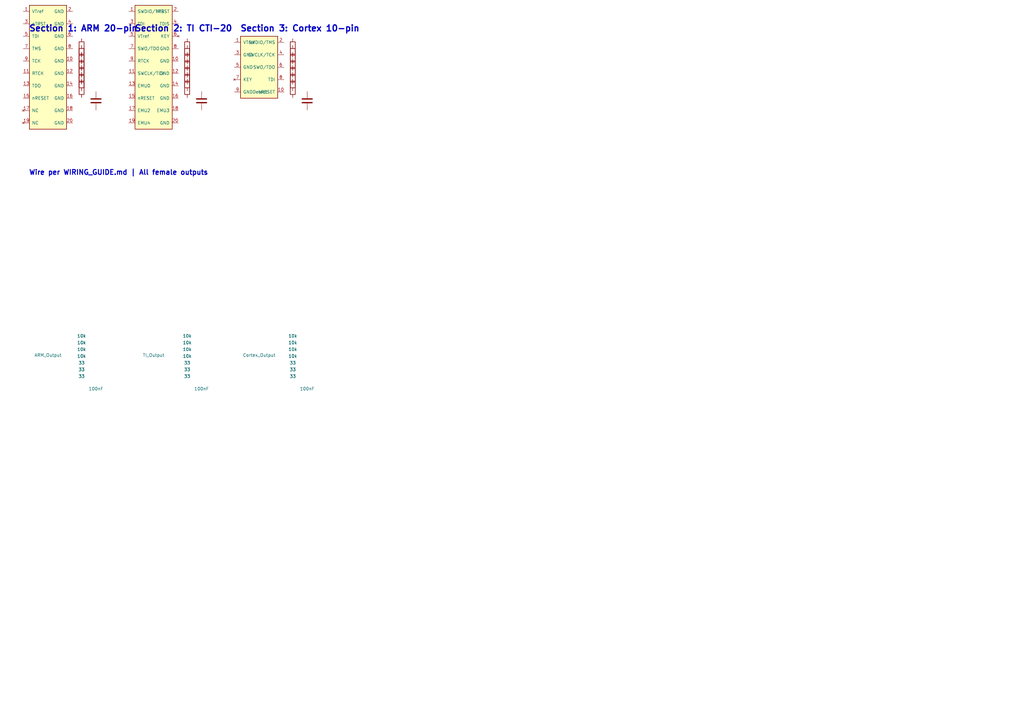
<source format=kicad_sch>
(kicad_sch (version 20250114) (generator "python-script") (generator_version "2.0")
  (paper "A3")
  (title_block (title "Adapterama - JTAG Converter Pack") (date "2025-11-24") (rev "1.0") (comment 1 "Multi-format JTAG/SWD adapter - Female output connectors") (comment 2 "ARM 20-pin, TI CTI-20, Cortex 10-pin outputs") (comment 3 "Passive adapter - wire per WIRING_GUIDE.md"))
  (lib_symbols
    (symbol "ARM_JTAG_20pin_1.27mm" (pin_names (offset 1.016))
      (property "Reference" "J" (at 0 26.67 0))
      (property "Value" "ARM_JTAG_20pin_1.27mm" (at 0 -26.67 0))
      (symbol "ARM_JTAG_20pin_1.27mm_1_1"
        (rectangle (start -7.62 25.40) (end 7.62 -25.40) (stroke (width 0.254)) (fill (type background)))
        (pin power_in line (at -10.16 22.86 0) (length 2.54) (name "VTref") (number "1"))
        (pin power_in line (at 10.16 22.86 180) (length 2.54) (name "GND") (number "2"))
        (pin input line (at -10.16 17.78 0) (length 2.54) (name "nTRST") (number "3"))
        (pin power_in line (at 10.16 17.78 180) (length 2.54) (name "GND") (number "4"))
        (pin input line (at -10.16 12.7 0) (length 2.54) (name "TDI") (number "5"))
        (pin power_in line (at 10.16 12.7 180) (length 2.54) (name "GND") (number "6"))
        (pin input line (at -10.16 7.619999999999999 0) (length 2.54) (name "TMS") (number "7"))
        (pin power_in line (at 10.16 7.619999999999999 180) (length 2.54) (name "GND") (number "8"))
        (pin input line (at -10.16 2.539999999999999 0) (length 2.54) (name "TCK") (number "9"))
        (pin power_in line (at 10.16 2.539999999999999 180) (length 2.54) (name "GND") (number "10"))
        (pin output line (at -10.16 -2.539999999999999 0) (length 2.54) (name "RTCK") (number "11"))
        (pin power_in line (at 10.16 -2.539999999999999 180) (length 2.54) (name "GND") (number "12"))
        (pin output line (at -10.16 -7.620000000000001 0) (length 2.54) (name "TDO") (number "13"))
        (pin power_in line (at 10.16 -7.620000000000001 180) (length 2.54) (name "GND") (number "14"))
        (pin open_collector line (at -10.16 -12.700000000000003 0) (length 2.54) (name "nRESET") (number "15"))
        (pin power_in line (at 10.16 -12.700000000000003 180) (length 2.54) (name "GND") (number "16"))
        (pin no_connect line (at -10.16 -17.78 0) (length 2.54) (name "NC") (number "17"))
        (pin power_in line (at 10.16 -17.78 180) (length 2.54) (name "GND") (number "18"))
        (pin no_connect line (at -10.16 -22.86 0) (length 2.54) (name "NC") (number "19"))
        (pin power_in line (at 10.16 -22.86 180) (length 2.54) (name "GND") (number "20"))
      )
    )
    (symbol "TI_CTI_20pin_1.27mm" (pin_names (offset 1.016))
      (property "Reference" "J" (at 0 26.67 0))
      (property "Value" "TI_CTI_20pin_1.27mm" (at 0 -26.67 0))
      (symbol "TI_CTI_20pin_1.27mm_1_1"
        (rectangle (start -7.62 25.40) (end 7.62 -25.40) (stroke (width 0.254)) (fill (type background)))
        (pin bidirectional line (at -10.16 22.86 0) (length 2.54) (name "SWDIO/TMS") (number "1"))
        (pin input line (at 10.16 22.86 180) (length 2.54) (name "nTRST") (number "2"))
        (pin input line (at -10.16 17.78 0) (length 2.54) (name "TDI") (number "3"))
        (pin input line (at 10.16 17.78 180) (length 2.54) (name "TDIS") (number "4"))
        (pin power_in line (at -10.16 12.7 0) (length 2.54) (name "VTref") (number "5"))
        (pin no_connect line (at 10.16 12.7 180) (length 2.54) (name "KEY") (number "6"))
        (pin output line (at -10.16 7.619999999999999 0) (length 2.54) (name "SWO/TDO") (number "7"))
        (pin power_in line (at 10.16 7.619999999999999 180) (length 2.54) (name "GND") (number "8"))
        (pin output line (at -10.16 2.539999999999999 0) (length 2.54) (name "RTCK") (number "9"))
        (pin power_in line (at 10.16 2.539999999999999 180) (length 2.54) (name "GND") (number "10"))
        (pin input line (at -10.16 -2.539999999999999 0) (length 2.54) (name "SWCLK/TCK") (number "11"))
        (pin power_in line (at 10.16 -2.539999999999999 180) (length 2.54) (name "GND") (number "12"))
        (pin bidirectional line (at -10.16 -7.620000000000001 0) (length 2.54) (name "EMU0") (number "13"))
        (pin power_in line (at 10.16 -7.620000000000001 180) (length 2.54) (name "GND") (number "14"))
        (pin open_collector line (at -10.16 -12.700000000000003 0) (length 2.54) (name "nRESET") (number "15"))
        (pin power_in line (at 10.16 -12.700000000000003 180) (length 2.54) (name "GND") (number "16"))
        (pin bidirectional line (at -10.16 -17.78 0) (length 2.54) (name "EMU2") (number "17"))
        (pin bidirectional line (at 10.16 -17.78 180) (length 2.54) (name "EMU3") (number "18"))
        (pin bidirectional line (at -10.16 -22.86 0) (length 2.54) (name "EMU4") (number "19"))
        (pin power_in line (at 10.16 -22.86 180) (length 2.54) (name "GND") (number "20"))
      )
    )
    (symbol "Cortex_Debug_10pin_1.27mm" (pin_names (offset 1.016))
      (property "Reference" "J" (at 0 13.97 0))
      (property "Value" "Cortex_Debug_10pin_1.27mm" (at 0 -13.97 0))
      (symbol "Cortex_Debug_10pin_1.27mm_1_1"
        (rectangle (start -7.62 12.70) (end 7.62 -12.70) (stroke (width 0.254)) (fill (type background)))
        (pin power_in line (at -10.16 10.16 0) (length 2.54) (name "VTref") (number "1"))
        (pin bidirectional line (at 10.16 10.16 180) (length 2.54) (name "SWDIO/TMS") (number "2"))
        (pin power_in line (at -10.16 5.08 0) (length 2.54) (name "GND") (number "3"))
        (pin input line (at 10.16 5.08 180) (length 2.54) (name "SWCLK/TCK") (number "4"))
        (pin power_in line (at -10.16 0.0 0) (length 2.54) (name "GND") (number "5"))
        (pin output line (at 10.16 0.0 180) (length 2.54) (name "SWO/TDO") (number "6"))
        (pin no_connect line (at -10.16 -5.08 0) (length 2.54) (name "KEY") (number "7"))
        (pin input line (at 10.16 -5.08 180) (length 2.54) (name "TDI") (number "8"))
        (pin power_in line (at -10.16 -10.16 0) (length 2.54) (name "GNDDetect") (number "9"))
        (pin open_collector line (at 10.16 -10.16 180) (length 2.54) (name "nRESET") (number "10"))
      )
    )
    (symbol "TI_JTAG_14pin_2.54mm" (pin_names (offset 1.016))
      (property "Reference" "J" (at 0 19.05 0))
      (property "Value" "TI_JTAG_14pin_2.54mm" (at 0 -19.05 0))
      (symbol "TI_JTAG_14pin_2.54mm_1_1"
        (rectangle (start -7.62 17.78) (end 7.62 -17.78) (stroke (width 0.254)) (fill (type background)))
        (pin input line (at -10.16 15.24 0) (length 2.54) (name "TMS") (number "1"))
        (pin input line (at 10.16 15.24 180) (length 2.54) (name "nTRST") (number "2"))
        (pin input line (at -10.16 10.16 0) (length 2.54) (name "TDI") (number "3"))
        (pin input line (at 10.16 10.16 180) (length 2.54) (name "TDIS") (number "4"))
        (pin power_in line (at -10.16 5.08 0) (length 2.54) (name "VTref") (number "5"))
        (pin no_connect line (at 10.16 5.08 180) (length 2.54) (name "KEY") (number "6"))
        (pin output line (at -10.16 0.0 0) (length 2.54) (name "TDO") (number "7"))
        (pin power_in line (at 10.16 0.0 180) (length 2.54) (name "GND") (number "8"))
        (pin output line (at -10.16 -5.08 0) (length 2.54) (name "RTCK") (number "9"))
        (pin power_in line (at 10.16 -5.08 180) (length 2.54) (name "GND") (number "10"))
        (pin input line (at -10.16 -10.159999999999998 0) (length 2.54) (name "TCK") (number "11"))
        (pin power_in line (at 10.16 -10.159999999999998 180) (length 2.54) (name "GND") (number "12"))
        (pin bidirectional line (at -10.16 -15.24 0) (length 2.54) (name "EMU0") (number "13"))
        (pin bidirectional line (at 10.16 -15.24 180) (length 2.54) (name "EMU1") (number "14"))
      )
    )
    (symbol "ARM_JTAG_14pin_2.54mm_Legacy" (pin_names (offset 1.016))
      (property "Reference" "J" (at 0 19.05 0))
      (property "Value" "ARM_JTAG_14pin_2.54mm_Legacy" (at 0 -19.05 0))
      (symbol "ARM_JTAG_14pin_2.54mm_Legacy_1_1"
        (rectangle (start -7.62 17.78) (end 7.62 -17.78) (stroke (width 0.254)) (fill (type background)))
        (pin power_in line (at -10.16 15.24 0) (length 2.54) (name "VTref") (number "1"))
        (pin power_in line (at 10.16 15.24 180) (length 2.54) (name "GND") (number "2"))
        (pin input line (at -10.16 10.16 0) (length 2.54) (name "nTRST") (number "3"))
        (pin power_in line (at 10.16 10.16 180) (length 2.54) (name "GND") (number "4"))
        (pin input line (at -10.16 5.08 0) (length 2.54) (name "TDI") (number "5"))
        (pin power_in line (at 10.16 5.08 180) (length 2.54) (name "GND") (number "6"))
        (pin input line (at -10.16 0.0 0) (length 2.54) (name "TMS") (number "7"))
        (pin power_in line (at 10.16 0.0 180) (length 2.54) (name "GND") (number "8"))
        (pin input line (at -10.16 -5.08 0) (length 2.54) (name "TCK") (number "9"))
        (pin power_in line (at 10.16 -5.08 180) (length 2.54) (name "GND") (number "10"))
        (pin output line (at -10.16 -10.159999999999998 0) (length 2.54) (name "TDO") (number "11"))
        (pin open_collector line (at 10.16 -10.159999999999998 180) (length 2.54) (name "SRST") (number "12"))
        (pin power_in line (at -10.16 -15.24 0) (length 2.54) (name "VTref") (number "13"))
        (pin power_in line (at 10.16 -15.24 180) (length 2.54) (name "GND") (number "14"))
      )
    )
    (symbol "TI_JTAG_20pin_2.54mm_Legacy" (pin_names (offset 1.016))
      (property "Reference" "J" (at 0 26.67 0))
      (property "Value" "TI_JTAG_20pin_2.54mm_Legacy" (at 0 -26.67 0))
      (symbol "TI_JTAG_20pin_2.54mm_Legacy_1_1"
        (rectangle (start -7.62 25.40) (end 7.62 -25.40) (stroke (width 0.254)) (fill (type background)))
        (pin power_in line (at -10.16 22.86 0) (length 2.54) (name "VTref") (number "1"))
        (pin power_in line (at 10.16 22.86 180) (length 2.54) (name "VTref") (number "2"))
        (pin input line (at -10.16 17.78 0) (length 2.54) (name "nTRST") (number "3"))
        (pin input line (at 10.16 17.78 180) (length 2.54) (name "TDIS") (number "4"))
        (pin input line (at -10.16 12.7 0) (length 2.54) (name "TDI") (number "5"))
        (pin no_connect line (at 10.16 12.7 180) (length 2.54) (name "KEY") (number "6"))
        (pin input line (at -10.16 7.619999999999999 0) (length 2.54) (name "TMS") (number "7"))
        (pin power_in line (at 10.16 7.619999999999999 180) (length 2.54) (name "GND") (number "8"))
        (pin input line (at -10.16 2.539999999999999 0) (length 2.54) (name "TCK") (number "9"))
        (pin power_in line (at 10.16 2.539999999999999 180) (length 2.54) (name "GND") (number "10"))
        (pin output line (at -10.16 -2.539999999999999 0) (length 2.54) (name "RTCK") (number "11"))
        (pin power_in line (at 10.16 -2.539999999999999 180) (length 2.54) (name "GND") (number "12"))
        (pin output line (at -10.16 -7.620000000000001 0) (length 2.54) (name "TDO") (number "13"))
        (pin power_in line (at 10.16 -7.620000000000001 180) (length 2.54) (name "GND") (number "14"))
        (pin open_collector line (at -10.16 -12.700000000000003 0) (length 2.54) (name "nRESET") (number "15"))
        (pin power_in line (at 10.16 -12.700000000000003 180) (length 2.54) (name "GND") (number "16"))
        (pin no_connect line (at -10.16 -17.78 0) (length 2.54) (name "NC") (number "17"))
        (pin power_in line (at 10.16 -17.78 180) (length 2.54) (name "GND") (number "18"))
        (pin no_connect line (at -10.16 -22.86 0) (length 2.54) (name "NC") (number "19"))
        (pin power_in line (at 10.16 -22.86 180) (length 2.54) (name "GND") (number "20"))
      )
    )
    (symbol "R" (pin_numbers hide) (pin_names (offset 0))
      (property "Reference" "R" (at 2.032 0 90))
      (property "Value" "R" (at 0 0 90))
      (symbol "R_0_1"
        (rectangle (start -1.016 -2.54) (end 1.016 2.54) (stroke (width 0.254)))
      )
      (symbol "R_1_1"
        (pin passive line (at 0 3.81 270) (length 1.27) (name "~") (number "1"))
        (pin passive line (at 0 -3.81 90) (length 1.27) (name "~") (number "2"))
      )
    )
    (symbol "C" (pin_numbers hide) (pin_names (offset 0.254))
      (property "Reference" "C" (at 0.635 2.54 0))
      (property "Value" "C" (at 0.635 -2.54 0))
      (symbol "C_0_1"
        (polyline (pts (xy -2.032 -0.762) (xy 2.032 -0.762)) (stroke (width 0.508)))
        (polyline (pts (xy -2.032 0.762) (xy 2.032 0.762)) (stroke (width 0.508)))
      )
      (symbol "C_1_1"
        (pin passive line (at 0 3.81 270) (length 2.794) (name "~") (number "1"))
        (pin passive line (at 0 -3.81 90) (length 2.794) (name "~") (number "2"))
      )
    )
  )
  (text "Section 1: ARM 20-pin" (at 11.8110 11.8110 0) (effects (font (size 2.5 2.5) bold) (justify left)))
  (symbol (lib_id "ARM_JTAG_20pin_1.27mm") (at 19.6850 27.5591 0) (unit 1)
    (property "Reference" "J1" (at 19.6850 -90.5512 0))
    (property "Value" "ARM_Output" (at 19.6850 145.6693 0))
    (property "Footprint" "Connector_PinHeader_1.27mm:PinHeader_2x10_P1.27mm_Vertical" (effects hide))
  )
  (symbol (lib_id "R") (at 33.4646 19.6850 0) (unit 1)
    (property "Reference" "R1" (at 33.4646 -98.4252 0))
    (property "Value" "10k" (at 33.4646 137.7953 0))
    (property "Footprint" "Resistor_SMD:R_0603_1608Metric" (effects hide))
    (property "Description" "TMS pullup" (effects hide))
  )
  (symbol (lib_id "R") (at 33.4646 22.4409 0) (unit 1)
    (property "Reference" "R2" (at 33.4646 -95.6693 0))
    (property "Value" "10k" (at 33.4646 140.5512 0))
    (property "Footprint" "Resistor_SMD:R_0603_1608Metric" (effects hide))
    (property "Description" "TDI pullup" (effects hide))
  )
  (symbol (lib_id "R") (at 33.4646 25.1969 0) (unit 1)
    (property "Reference" "R3" (at 33.4646 -92.9134 0))
    (property "Value" "10k" (at 33.4646 143.3071 0))
    (property "Footprint" "Resistor_SMD:R_0603_1608Metric" (effects hide))
    (property "Description" "nTRST pullup" (effects hide))
  )
  (symbol (lib_id "R") (at 33.4646 27.9528 0) (unit 1)
    (property "Reference" "R4" (at 33.4646 -90.1575 0))
    (property "Value" "10k" (at 33.4646 146.0630 0))
    (property "Footprint" "Resistor_SMD:R_0603_1608Metric" (effects hide))
    (property "Description" "nRESET pullup" (effects hide))
  )
  (symbol (lib_id "R") (at 33.4646 30.7087 0) (unit 1)
    (property "Reference" "R5" (at 33.4646 -87.4016 0))
    (property "Value" "33" (at 33.4646 148.8189 0))
    (property "Footprint" "Resistor_SMD:R_0603_1608Metric" (effects hide))
    (property "Description" "TMS series" (effects hide))
  )
  (symbol (lib_id "R") (at 33.4646 33.4646 0) (unit 1)
    (property "Reference" "R6" (at 33.4646 -84.6457 0))
    (property "Value" "33" (at 33.4646 151.5748 0))
    (property "Footprint" "Resistor_SMD:R_0603_1608Metric" (effects hide))
    (property "Description" "TCK series" (effects hide))
  )
  (symbol (lib_id "R") (at 33.4646 36.2205 0) (unit 1)
    (property "Reference" "R7" (at 33.4646 -81.8898 0))
    (property "Value" "33" (at 33.4646 154.3307 0))
    (property "Footprint" "Resistor_SMD:R_0603_1608Metric" (effects hide))
    (property "Description" "TDO series" (effects hide))
  )
  (symbol (lib_id "C") (at 39.3701 41.3386 0) (unit 1)
    (property "Reference" "C1" (at 39.3701 -76.7717 0))
    (property "Value" "100nF" (at 39.3701 159.4488 0))
    (property "Footprint" "Capacitor_SMD:C_0603_1608Metric" (effects hide))
    (property "Description" "VTref decoupling" (effects hide))
  )
  (text "Section 2: TI CTI-20" (at 55.1181 11.8110 0) (effects (font (size 2.5 2.5) bold) (justify left)))
  (symbol (lib_id "TI_CTI_20pin_1.27mm") (at 62.9921 27.5591 0) (unit 1)
    (property "Reference" "J2" (at 62.9921 -90.5512 0))
    (property "Value" "TI_Output" (at 62.9921 145.6693 0))
    (property "Footprint" "Connector_PinHeader_1.27mm:PinHeader_2x10_P1.27mm_Vertical" (effects hide))
  )
  (symbol (lib_id "R") (at 76.7717 19.6850 0) (unit 1)
    (property "Reference" "R8" (at 76.7717 -98.4252 0))
    (property "Value" "10k" (at 76.7717 137.7953 0))
    (property "Footprint" "Resistor_SMD:R_0603_1608Metric" (effects hide))
    (property "Description" "TMS pullup" (effects hide))
  )
  (symbol (lib_id "R") (at 76.7717 22.4409 0) (unit 1)
    (property "Reference" "R9" (at 76.7717 -95.6693 0))
    (property "Value" "10k" (at 76.7717 140.5512 0))
    (property "Footprint" "Resistor_SMD:R_0603_1608Metric" (effects hide))
    (property "Description" "TDI pullup" (effects hide))
  )
  (symbol (lib_id "R") (at 76.7717 25.1969 0) (unit 1)
    (property "Reference" "R10" (at 76.7717 -92.9134 0))
    (property "Value" "10k" (at 76.7717 143.3071 0))
    (property "Footprint" "Resistor_SMD:R_0603_1608Metric" (effects hide))
    (property "Description" "nTRST pullup" (effects hide))
  )
  (symbol (lib_id "R") (at 76.7717 27.9528 0) (unit 1)
    (property "Reference" "R11" (at 76.7717 -90.1575 0))
    (property "Value" "10k" (at 76.7717 146.0630 0))
    (property "Footprint" "Resistor_SMD:R_0603_1608Metric" (effects hide))
    (property "Description" "nSRST pullup" (effects hide))
  )
  (symbol (lib_id "R") (at 76.7717 30.7087 0) (unit 1)
    (property "Reference" "R12" (at 76.7717 -87.4016 0))
    (property "Value" "33" (at 76.7717 148.8189 0))
    (property "Footprint" "Resistor_SMD:R_0603_1608Metric" (effects hide))
    (property "Description" "TMS series" (effects hide))
  )
  (symbol (lib_id "R") (at 76.7717 33.4646 0) (unit 1)
    (property "Reference" "R13" (at 76.7717 -84.6457 0))
    (property "Value" "33" (at 76.7717 151.5748 0))
    (property "Footprint" "Resistor_SMD:R_0603_1608Metric" (effects hide))
    (property "Description" "TCK series" (effects hide))
  )
  (symbol (lib_id "R") (at 76.7717 36.2205 0) (unit 1)
    (property "Reference" "R14" (at 76.7717 -81.8898 0))
    (property "Value" "33" (at 76.7717 154.3307 0))
    (property "Footprint" "Resistor_SMD:R_0603_1608Metric" (effects hide))
    (property "Description" "TDO series" (effects hide))
  )
  (symbol (lib_id "C") (at 82.6772 41.3386 0) (unit 1)
    (property "Reference" "C2" (at 82.6772 -76.7717 0))
    (property "Value" "100nF" (at 82.6772 159.4488 0))
    (property "Footprint" "Capacitor_SMD:C_0603_1608Metric" (effects hide))
    (property "Description" "VTref decoupling" (effects hide))
  )
  (text "Section 3: Cortex 10-pin" (at 98.4252 11.8110 0) (effects (font (size 2.5 2.5) bold) (justify left)))
  (symbol (lib_id "Cortex_Debug_10pin_1.27mm") (at 106.2992 27.5591 0) (unit 1)
    (property "Reference" "J3" (at 106.2992 -90.5512 0))
    (property "Value" "Cortex_Output" (at 106.2992 145.6693 0))
    (property "Footprint" "Connector_PinHeader_1.27mm:PinHeader_2x05_P1.27mm_Vertical" (effects hide))
  )
  (symbol (lib_id "R") (at 120.0787 19.6850 0) (unit 1)
    (property "Reference" "R15" (at 120.0787 -98.4252 0))
    (property "Value" "10k" (at 120.0787 137.7953 0))
    (property "Footprint" "Resistor_SMD:R_0603_1608Metric" (effects hide))
    (property "Description" "SWDIO pullup" (effects hide))
  )
  (symbol (lib_id "R") (at 120.0787 22.4409 0) (unit 1)
    (property "Reference" "R16" (at 120.0787 -95.6693 0))
    (property "Value" "10k" (at 120.0787 140.5512 0))
    (property "Footprint" "Resistor_SMD:R_0603_1608Metric" (effects hide))
    (property "Description" "TDI pullup" (effects hide))
  )
  (symbol (lib_id "R") (at 120.0787 25.1969 0) (unit 1)
    (property "Reference" "R17" (at 120.0787 -92.9134 0))
    (property "Value" "10k" (at 120.0787 143.3071 0))
    (property "Footprint" "Resistor_SMD:R_0603_1608Metric" (effects hide))
    (property "Description" "spare" (effects hide))
  )
  (symbol (lib_id "R") (at 120.0787 27.9528 0) (unit 1)
    (property "Reference" "R18" (at 120.0787 -90.1575 0))
    (property "Value" "10k" (at 120.0787 146.0630 0))
    (property "Footprint" "Resistor_SMD:R_0603_1608Metric" (effects hide))
    (property "Description" "nRESET pullup" (effects hide))
  )
  (symbol (lib_id "R") (at 120.0787 30.7087 0) (unit 1)
    (property "Reference" "R19" (at 120.0787 -87.4016 0))
    (property "Value" "33" (at 120.0787 148.8189 0))
    (property "Footprint" "Resistor_SMD:R_0603_1608Metric" (effects hide))
    (property "Description" "SWDIO series" (effects hide))
  )
  (symbol (lib_id "R") (at 120.0787 33.4646 0) (unit 1)
    (property "Reference" "R20" (at 120.0787 -84.6457 0))
    (property "Value" "33" (at 120.0787 151.5748 0))
    (property "Footprint" "Resistor_SMD:R_0603_1608Metric" (effects hide))
    (property "Description" "SWCLK series" (effects hide))
  )
  (symbol (lib_id "R") (at 120.0787 36.2205 0) (unit 1)
    (property "Reference" "R21" (at 120.0787 -81.8898 0))
    (property "Value" "33" (at 120.0787 154.3307 0))
    (property "Footprint" "Resistor_SMD:R_0603_1608Metric" (effects hide))
    (property "Description" "SWO series" (effects hide))
  )
  (symbol (lib_id "C") (at 125.9843 41.3386 0) (unit 1)
    (property "Reference" "C3" (at 125.9843 -76.7717 0))
    (property "Value" "100nF" (at 125.9843 159.4488 0))
    (property "Footprint" "Capacitor_SMD:C_0603_1608Metric" (effects hide))
    (property "Description" "VTref decoupling" (effects hide))
  )
  (text "Wire per WIRING_GUIDE.md | All female outputs" (at 11.8110 70.8661 0) (effects (font (size 2.0 2.0) bold) (justify left)))
)
</source>
